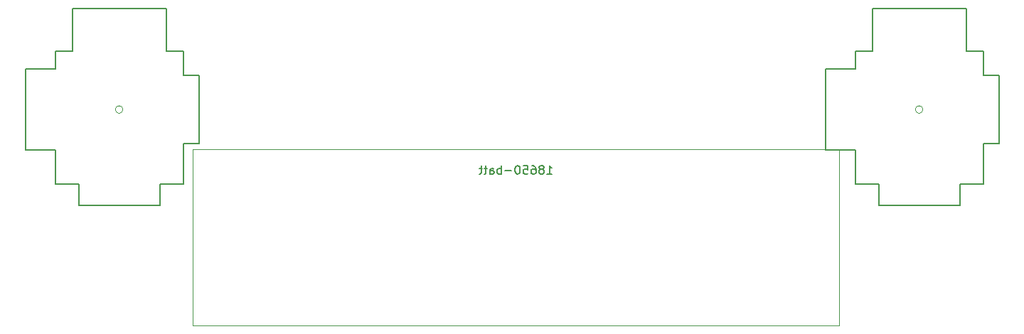
<source format=gbr>
%TF.GenerationSoftware,KiCad,Pcbnew,5.1.6-c6e7f7d~87~ubuntu18.04.1*%
%TF.CreationDate,2020-09-20T23:53:53-07:00*%
%TF.ProjectId,cad,6361642e-6b69-4636-9164-5f7063625858,rev?*%
%TF.SameCoordinates,Original*%
%TF.FileFunction,Legend,Bot*%
%TF.FilePolarity,Positive*%
%FSLAX46Y46*%
G04 Gerber Fmt 4.6, Leading zero omitted, Abs format (unit mm)*
G04 Created by KiCad (PCBNEW 5.1.6-c6e7f7d~87~ubuntu18.04.1) date 2020-09-20 23:53:53*
%MOMM*%
%LPD*%
G01*
G04 APERTURE LIST*
%ADD10C,0.120000*%
%ADD11C,0.203200*%
%ADD12C,0.101600*%
%ADD13C,0.150000*%
G04 APERTURE END LIST*
D10*
%TO.C,U4*%
X192424000Y-124800000D02*
X192424000Y-103800000D01*
X115424000Y-124800000D02*
X192424000Y-124800000D01*
X115424000Y-103800000D02*
X115424000Y-124800000D01*
X192424000Y-103800000D02*
X115424000Y-103800000D01*
D11*
%TO.C,J1*%
X112268000Y-87060000D02*
X101092000Y-87060000D01*
X111506000Y-110490000D02*
X101854000Y-110490000D01*
X111506000Y-110490000D02*
X111506000Y-107950000D01*
X101854000Y-110490000D02*
X101854000Y-107950000D01*
X111506000Y-107950000D02*
X114300000Y-107950000D01*
X101854000Y-107950000D02*
X99060000Y-107950000D01*
X116205000Y-94996000D02*
X116205000Y-103124000D01*
X114300000Y-94996000D02*
X114300000Y-92075000D01*
X114300000Y-103124000D02*
X114300000Y-107950000D01*
X114300000Y-94996000D02*
X116205000Y-94996000D01*
X114300000Y-103124000D02*
X116205000Y-103124000D01*
X114300000Y-92075000D02*
X112268000Y-92075000D01*
X101092000Y-92075000D02*
X99060000Y-92075000D01*
X112268000Y-87060000D02*
X112268000Y-92075000D01*
X101092000Y-87060000D02*
X101092000Y-92075000D01*
X99060000Y-94234000D02*
X95504000Y-94234000D01*
X99060000Y-103886000D02*
X95504000Y-103886000D01*
X95504000Y-94234000D02*
X95504000Y-103886000D01*
X99060000Y-94234000D02*
X99060000Y-92075000D01*
X99060000Y-103886000D02*
X99060000Y-107950000D01*
D12*
X107129013Y-99060000D02*
G75*
G03*
X107129013Y-99060000I-449013J0D01*
G01*
D11*
%TO.C,J2*%
X207518000Y-87060000D02*
X196342000Y-87060000D01*
X206756000Y-110490000D02*
X197104000Y-110490000D01*
X206756000Y-110490000D02*
X206756000Y-107950000D01*
X197104000Y-110490000D02*
X197104000Y-107950000D01*
X206756000Y-107950000D02*
X209550000Y-107950000D01*
X197104000Y-107950000D02*
X194310000Y-107950000D01*
X211455000Y-94996000D02*
X211455000Y-103124000D01*
X209550000Y-94996000D02*
X209550000Y-92075000D01*
X209550000Y-103124000D02*
X209550000Y-107950000D01*
X209550000Y-94996000D02*
X211455000Y-94996000D01*
X209550000Y-103124000D02*
X211455000Y-103124000D01*
X209550000Y-92075000D02*
X207518000Y-92075000D01*
X196342000Y-92075000D02*
X194310000Y-92075000D01*
X207518000Y-87060000D02*
X207518000Y-92075000D01*
X196342000Y-87060000D02*
X196342000Y-92075000D01*
X194310000Y-94234000D02*
X190754000Y-94234000D01*
X194310000Y-103886000D02*
X190754000Y-103886000D01*
X190754000Y-94234000D02*
X190754000Y-103886000D01*
X194310000Y-94234000D02*
X194310000Y-92075000D01*
X194310000Y-103886000D02*
X194310000Y-107950000D01*
D12*
X202379013Y-99060000D02*
G75*
G03*
X202379013Y-99060000I-449013J0D01*
G01*
%TO.C,U4*%
D13*
X157638285Y-106752380D02*
X158209714Y-106752380D01*
X157924000Y-106752380D02*
X157924000Y-105752380D01*
X158019238Y-105895238D01*
X158114476Y-105990476D01*
X158209714Y-106038095D01*
X157066857Y-106180952D02*
X157162095Y-106133333D01*
X157209714Y-106085714D01*
X157257333Y-105990476D01*
X157257333Y-105942857D01*
X157209714Y-105847619D01*
X157162095Y-105800000D01*
X157066857Y-105752380D01*
X156876380Y-105752380D01*
X156781142Y-105800000D01*
X156733523Y-105847619D01*
X156685904Y-105942857D01*
X156685904Y-105990476D01*
X156733523Y-106085714D01*
X156781142Y-106133333D01*
X156876380Y-106180952D01*
X157066857Y-106180952D01*
X157162095Y-106228571D01*
X157209714Y-106276190D01*
X157257333Y-106371428D01*
X157257333Y-106561904D01*
X157209714Y-106657142D01*
X157162095Y-106704761D01*
X157066857Y-106752380D01*
X156876380Y-106752380D01*
X156781142Y-106704761D01*
X156733523Y-106657142D01*
X156685904Y-106561904D01*
X156685904Y-106371428D01*
X156733523Y-106276190D01*
X156781142Y-106228571D01*
X156876380Y-106180952D01*
X155828761Y-105752380D02*
X156019238Y-105752380D01*
X156114476Y-105800000D01*
X156162095Y-105847619D01*
X156257333Y-105990476D01*
X156304952Y-106180952D01*
X156304952Y-106561904D01*
X156257333Y-106657142D01*
X156209714Y-106704761D01*
X156114476Y-106752380D01*
X155924000Y-106752380D01*
X155828761Y-106704761D01*
X155781142Y-106657142D01*
X155733523Y-106561904D01*
X155733523Y-106323809D01*
X155781142Y-106228571D01*
X155828761Y-106180952D01*
X155924000Y-106133333D01*
X156114476Y-106133333D01*
X156209714Y-106180952D01*
X156257333Y-106228571D01*
X156304952Y-106323809D01*
X154828761Y-105752380D02*
X155304952Y-105752380D01*
X155352571Y-106228571D01*
X155304952Y-106180952D01*
X155209714Y-106133333D01*
X154971619Y-106133333D01*
X154876380Y-106180952D01*
X154828761Y-106228571D01*
X154781142Y-106323809D01*
X154781142Y-106561904D01*
X154828761Y-106657142D01*
X154876380Y-106704761D01*
X154971619Y-106752380D01*
X155209714Y-106752380D01*
X155304952Y-106704761D01*
X155352571Y-106657142D01*
X154162095Y-105752380D02*
X154066857Y-105752380D01*
X153971619Y-105800000D01*
X153924000Y-105847619D01*
X153876380Y-105942857D01*
X153828761Y-106133333D01*
X153828761Y-106371428D01*
X153876380Y-106561904D01*
X153924000Y-106657142D01*
X153971619Y-106704761D01*
X154066857Y-106752380D01*
X154162095Y-106752380D01*
X154257333Y-106704761D01*
X154304952Y-106657142D01*
X154352571Y-106561904D01*
X154400190Y-106371428D01*
X154400190Y-106133333D01*
X154352571Y-105942857D01*
X154304952Y-105847619D01*
X154257333Y-105800000D01*
X154162095Y-105752380D01*
X153400190Y-106371428D02*
X152638285Y-106371428D01*
X152162095Y-106752380D02*
X152162095Y-105752380D01*
X152162095Y-106133333D02*
X152066857Y-106085714D01*
X151876380Y-106085714D01*
X151781142Y-106133333D01*
X151733523Y-106180952D01*
X151685904Y-106276190D01*
X151685904Y-106561904D01*
X151733523Y-106657142D01*
X151781142Y-106704761D01*
X151876380Y-106752380D01*
X152066857Y-106752380D01*
X152162095Y-106704761D01*
X150828761Y-106752380D02*
X150828761Y-106228571D01*
X150876380Y-106133333D01*
X150971619Y-106085714D01*
X151162095Y-106085714D01*
X151257333Y-106133333D01*
X150828761Y-106704761D02*
X150924000Y-106752380D01*
X151162095Y-106752380D01*
X151257333Y-106704761D01*
X151304952Y-106609523D01*
X151304952Y-106514285D01*
X151257333Y-106419047D01*
X151162095Y-106371428D01*
X150924000Y-106371428D01*
X150828761Y-106323809D01*
X150495428Y-106085714D02*
X150114476Y-106085714D01*
X150352571Y-105752380D02*
X150352571Y-106609523D01*
X150304952Y-106704761D01*
X150209714Y-106752380D01*
X150114476Y-106752380D01*
X149924000Y-106085714D02*
X149543047Y-106085714D01*
X149781142Y-105752380D02*
X149781142Y-106609523D01*
X149733523Y-106704761D01*
X149638285Y-106752380D01*
X149543047Y-106752380D01*
%TD*%
M02*

</source>
